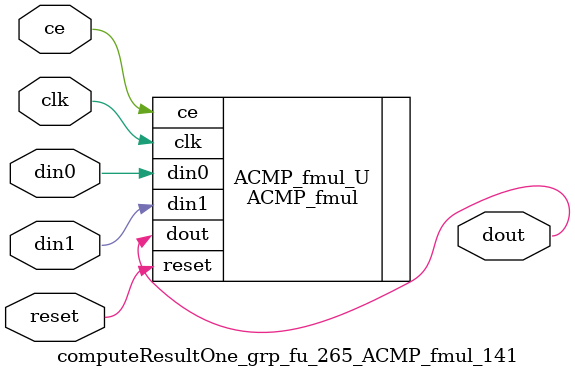
<source format=v>

`timescale 1 ns / 1 ps
module computeResultOne_grp_fu_265_ACMP_fmul_141(
    clk,
    reset,
    ce,
    din0,
    din1,
    dout);

parameter ID = 32'd1;
parameter NUM_STAGE = 32'd1;
parameter din0_WIDTH = 32'd1;
parameter din1_WIDTH = 32'd1;
parameter dout_WIDTH = 32'd1;
input clk;
input reset;
input ce;
input[din0_WIDTH - 1:0] din0;
input[din1_WIDTH - 1:0] din1;
output[dout_WIDTH - 1:0] dout;



ACMP_fmul #(
.ID( ID ),
.NUM_STAGE( 4 ),
.din0_WIDTH( din0_WIDTH ),
.din1_WIDTH( din1_WIDTH ),
.dout_WIDTH( dout_WIDTH ))
ACMP_fmul_U(
    .clk( clk ),
    .reset( reset ),
    .ce( ce ),
    .din0( din0 ),
    .din1( din1 ),
    .dout( dout ));

endmodule

</source>
